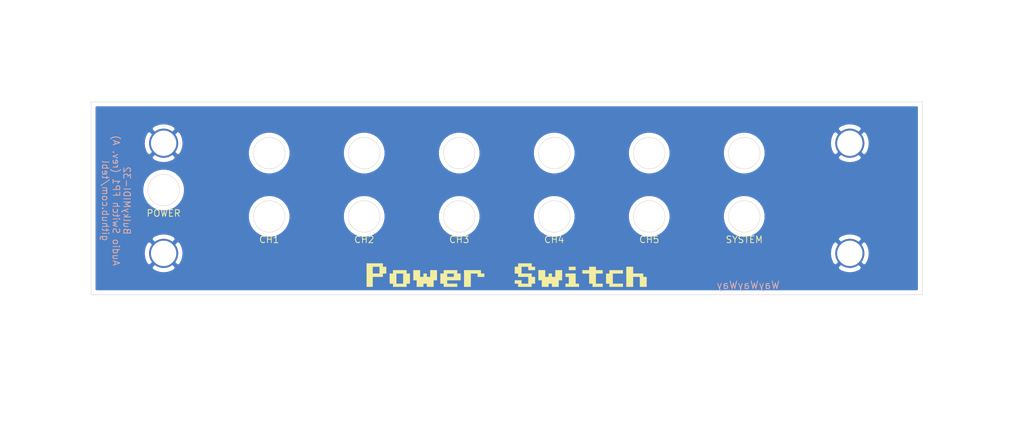
<source format=kicad_pcb>
(kicad_pcb (version 20171130) (host pcbnew "(5.1.8)-1")

  (general
    (thickness 1.6)
    (drawings 27)
    (tracks 0)
    (zones 0)
    (modules 5)
    (nets 2)
  )

  (page A4)
  (layers
    (0 F.Cu signal)
    (31 B.Cu signal)
    (32 B.Adhes user)
    (33 F.Adhes user)
    (34 B.Paste user)
    (35 F.Paste user)
    (36 B.SilkS user)
    (37 F.SilkS user)
    (38 B.Mask user)
    (39 F.Mask user)
    (40 Dwgs.User user)
    (41 Cmts.User user)
    (42 Eco1.User user)
    (43 Eco2.User user)
    (44 Edge.Cuts user)
    (45 Margin user)
    (46 B.CrtYd user)
    (47 F.CrtYd user)
    (48 B.Fab user hide)
    (49 F.Fab user)
  )

  (setup
    (last_trace_width 0.25)
    (trace_clearance 0.2)
    (zone_clearance 0.508)
    (zone_45_only no)
    (trace_min 0.2)
    (via_size 0.8)
    (via_drill 0.4)
    (via_min_size 0.4)
    (via_min_drill 0.3)
    (uvia_size 0.3)
    (uvia_drill 0.1)
    (uvias_allowed no)
    (uvia_min_size 0.2)
    (uvia_min_drill 0.1)
    (edge_width 0.05)
    (segment_width 0.2)
    (pcb_text_width 0.3)
    (pcb_text_size 1.5 1.5)
    (mod_edge_width 0.12)
    (mod_text_size 1 1)
    (mod_text_width 0.15)
    (pad_size 1.524 1.524)
    (pad_drill 0.762)
    (pad_to_mask_clearance 0)
    (aux_axis_origin 0 0)
    (grid_origin 141.09 121.579)
    (visible_elements 7FFFFFFF)
    (pcbplotparams
      (layerselection 0x011fc_ffffffff)
      (usegerberextensions true)
      (usegerberattributes false)
      (usegerberadvancedattributes false)
      (creategerberjobfile false)
      (excludeedgelayer true)
      (linewidth 0.100000)
      (plotframeref false)
      (viasonmask false)
      (mode 1)
      (useauxorigin false)
      (hpglpennumber 1)
      (hpglpenspeed 20)
      (hpglpendiameter 15.000000)
      (psnegative false)
      (psa4output false)
      (plotreference true)
      (plotvalue true)
      (plotinvisibletext false)
      (padsonsilk false)
      (subtractmaskfromsilk false)
      (outputformat 1)
      (mirror false)
      (drillshape 0)
      (scaleselection 1)
      (outputdirectory "export/"))
  )

  (net 0 "")
  (net 1 GND)

  (net_class Default "This is the default net class."
    (clearance 0.2)
    (trace_width 0.25)
    (via_dia 0.8)
    (via_drill 0.4)
    (uvia_dia 0.3)
    (uvia_drill 0.1)
  )

  (net_class PWR ""
    (clearance 0.2)
    (trace_width 0.381)
    (via_dia 0.8)
    (via_drill 0.4)
    (uvia_dia 0.3)
    (uvia_drill 0.1)
    (add_net GND)
  )

  (module "artwork:Power Switch" locked (layer F.Cu) (tedit 0) (tstamp 62A0277E)
    (at 141.09 131.8025)
    (fp_text reference G*** (at 0 0) (layer F.SilkS) hide
      (effects (font (size 1.524 1.524) (thickness 0.3)))
    )
    (fp_text value LOGO (at 0.75 0) (layer F.SilkS) hide
      (effects (font (size 1.524 1.524) (thickness 0.3)))
    )
    (fp_poly (pts (xy -14.8993 -0.991592) (xy -14.492493 -0.991592) (xy -14.492493 -0.177978) (xy -14.8993 -0.177978)
      (xy -14.8993 0.228829) (xy -16.11972 0.228829) (xy -16.11972 1.423824) (xy -16.857057 1.423824)
      (xy -16.857057 -0.991592) (xy -16.11972 -0.991592) (xy -16.11972 -0.177978) (xy -15.306107 -0.177978)
      (xy -15.306107 -0.991592) (xy -16.11972 -0.991592) (xy -16.857057 -0.991592) (xy -16.857057 -1.398398)
      (xy -14.8993 -1.398398) (xy -14.8993 -0.991592)) (layer F.SilkS) (width 0.01))
    (fp_poly (pts (xy -12.051652 -0.177978) (xy -11.644845 -0.177978) (xy -11.644845 1.042442) (xy -12.051652 1.042442)
      (xy -12.051652 1.423824) (xy -13.678879 1.423824) (xy -13.678879 1.042442) (xy -14.085686 1.042442)
      (xy -14.085686 -0.177978) (xy -13.678879 -0.177978) (xy -13.272073 -0.177978) (xy -13.272073 1.042442)
      (xy -12.458459 1.042442) (xy -12.458459 -0.177978) (xy -13.272073 -0.177978) (xy -13.678879 -0.177978)
      (xy -13.678879 -0.584785) (xy -12.051652 -0.584785) (xy -12.051652 -0.177978)) (layer F.SilkS) (width 0.01))
    (fp_poly (pts (xy -10.424425 0.228829) (xy -10.017618 0.228829) (xy -10.017618 -0.177978) (xy -9.610811 -0.177978)
      (xy -9.610811 0.228829) (xy -9.204004 0.228829) (xy -9.204004 -0.584785) (xy -8.390391 -0.584785)
      (xy -8.390391 0.635636) (xy -8.797198 0.635636) (xy -8.797198 1.423824) (xy -9.610811 1.423824)
      (xy -9.610811 1.042442) (xy -10.017618 1.042442) (xy -10.017618 1.423824) (xy -10.831232 1.423824)
      (xy -10.831232 0.635636) (xy -11.238038 0.635636) (xy -11.238038 -0.584785) (xy -10.424425 -0.584785)
      (xy -10.424425 0.228829)) (layer F.SilkS) (width 0.01))
    (fp_poly (pts (xy -5.94955 -0.177978) (xy -5.542743 -0.177978) (xy -5.542743 0.635636) (xy -7.16997 0.635636)
      (xy -7.16997 1.042442) (xy -5.94955 1.042442) (xy -5.94955 1.423824) (xy -7.576777 1.423824)
      (xy -7.576777 1.042442) (xy -7.983584 1.042442) (xy -7.983584 -0.177978) (xy -7.576777 -0.177978)
      (xy -7.16997 -0.177978) (xy -7.16997 0.228829) (xy -6.356357 0.228829) (xy -6.356357 -0.177978)
      (xy -7.16997 -0.177978) (xy -7.576777 -0.177978) (xy -7.576777 -0.584785) (xy -5.94955 -0.584785)
      (xy -5.94955 -0.177978)) (layer F.SilkS) (width 0.01))
    (fp_poly (pts (xy -3.101902 -0.177978) (xy -2.695096 -0.177978) (xy -2.695096 0.228829) (xy -3.508709 0.228829)
      (xy -3.508709 -0.177978) (xy -4.322323 -0.177978) (xy -4.322323 1.423824) (xy -5.135936 1.423824)
      (xy -5.135936 -0.584785) (xy -3.101902 -0.584785) (xy -3.101902 -0.177978)) (layer F.SilkS) (width 0.01))
    (fp_poly (pts (xy 3.0002 -0.991592) (xy 3.407007 -0.991592) (xy 3.407007 -0.584785) (xy 2.593393 -0.584785)
      (xy 2.593393 -0.991592) (xy 1.779779 -0.991592) (xy 1.779779 -0.177978) (xy 3.0002 -0.177978)
      (xy 3.0002 0.228829) (xy 3.407007 0.228829) (xy 3.407007 1.042442) (xy 3.0002 1.042442)
      (xy 3.0002 1.423824) (xy 1.372973 1.423824) (xy 1.372973 1.042442) (xy 0.966166 1.042442)
      (xy 0.966166 0.635636) (xy 1.779779 0.635636) (xy 1.779779 1.042442) (xy 2.593393 1.042442)
      (xy 2.593393 0.228829) (xy 1.372973 0.228829) (xy 1.372973 -0.177978) (xy 0.966166 -0.177978)
      (xy 0.966166 -0.991592) (xy 1.372973 -0.991592) (xy 1.372973 -1.398398) (xy 3.0002 -1.398398)
      (xy 3.0002 -0.991592)) (layer F.SilkS) (width 0.01))
    (fp_poly (pts (xy 4.627427 0.228829) (xy 5.034234 0.228829) (xy 5.034234 -0.177978) (xy 5.441041 -0.177978)
      (xy 5.441041 0.228829) (xy 5.847847 0.228829) (xy 5.847847 -0.584785) (xy 6.661461 -0.584785)
      (xy 6.661461 0.635636) (xy 6.254654 0.635636) (xy 6.254654 1.423824) (xy 5.441041 1.423824)
      (xy 5.441041 1.042442) (xy 5.034234 1.042442) (xy 5.034234 1.423824) (xy 4.22062 1.423824)
      (xy 4.22062 0.635636) (xy 3.813813 0.635636) (xy 3.813813 -0.584785) (xy 4.627427 -0.584785)
      (xy 4.627427 0.228829)) (layer F.SilkS) (width 0.01))
    (fp_poly (pts (xy 8.288688 1.042442) (xy 8.695495 1.042442) (xy 8.695495 1.423824) (xy 7.068268 1.423824)
      (xy 7.068268 1.042442) (xy 7.475075 1.042442) (xy 7.475075 0.228829) (xy 7.068268 0.228829)
      (xy 7.068268 -0.177978) (xy 8.288688 -0.177978) (xy 8.288688 1.042442)) (layer F.SilkS) (width 0.01))
    (fp_poly (pts (xy 10.729529 -0.584785) (xy 11.543143 -0.584785) (xy 11.543143 -0.177978) (xy 10.729529 -0.177978)
      (xy 10.729529 1.042442) (xy 11.543143 1.042442) (xy 11.543143 1.423824) (xy 10.322722 1.423824)
      (xy 10.322722 1.042442) (xy 9.915915 1.042442) (xy 9.915915 -0.177978) (xy 9.102302 -0.177978)
      (xy 9.102302 -0.584785) (xy 9.915915 -0.584785) (xy 9.915915 -0.991592) (xy 10.729529 -0.991592)
      (xy 10.729529 -0.584785)) (layer F.SilkS) (width 0.01))
    (fp_poly (pts (xy 13.983984 -0.177978) (xy 12.763563 -0.177978) (xy 12.763563 1.042442) (xy 13.983984 1.042442)
      (xy 13.983984 1.423824) (xy 12.356756 1.423824) (xy 12.356756 1.042442) (xy 11.94995 1.042442)
      (xy 11.94995 -0.177978) (xy 12.356756 -0.177978) (xy 12.356756 -0.584785) (xy 13.983984 -0.584785)
      (xy 13.983984 -0.177978)) (layer F.SilkS) (width 0.01))
    (fp_poly (pts (xy 15.204404 -0.177978) (xy 16.424824 -0.177978) (xy 16.424824 0.228829) (xy 16.831631 0.228829)
      (xy 16.831631 1.423824) (xy 16.018018 1.423824) (xy 16.018018 0.228829) (xy 15.204404 0.228829)
      (xy 15.204404 1.423824) (xy 14.39079 1.423824) (xy 14.39079 -0.991592) (xy 15.204404 -0.991592)
      (xy 15.204404 -0.177978)) (layer F.SilkS) (width 0.01))
    (fp_poly (pts (xy 8.288688 -0.584785) (xy 7.475075 -0.584785) (xy 7.475075 -0.991592) (xy 8.288688 -0.991592)
      (xy 8.288688 -0.584785)) (layer F.SilkS) (width 0.01))
  )

  (module mounting:M3_pin (layer F.Cu) (tedit 5F76331A) (tstamp 6282A424)
    (at 99.815 129.199)
    (descr "module 1 pin (ou trou mecanique de percage)")
    (tags DEV)
    (path /6282631C)
    (fp_text reference M1 (at 3.048 0) (layer F.Fab) hide
      (effects (font (size 1 1) (thickness 0.15)))
    )
    (fp_text value Mounting_Pin (at 0 3) (layer F.Fab) hide
      (effects (font (size 1 1) (thickness 0.15)))
    )
    (fp_circle (center 0 0) (end 2 0.8) (layer F.Fab) (width 0.1))
    (fp_circle (center 0 0) (end 2.6 0) (layer F.CrtYd) (width 0.05))
    (pad 1 thru_hole circle (at 0 0) (size 3.5 3.5) (drill 3.048) (layers *.Cu *.Mask)
      (net 1 GND) (solder_mask_margin 0.8))
  )

  (module mounting:M3_pin (layer F.Cu) (tedit 5F76331A) (tstamp 6282A42B)
    (at 182.365 129.199)
    (descr "module 1 pin (ou trou mecanique de percage)")
    (tags DEV)
    (path /62826824)
    (fp_text reference M2 (at 0 -3.048) (layer F.Fab) hide
      (effects (font (size 1 1) (thickness 0.15)))
    )
    (fp_text value Mounting_Pin (at 0 3) (layer F.Fab) hide
      (effects (font (size 1 1) (thickness 0.15)))
    )
    (fp_circle (center 0 0) (end 2.6 0) (layer F.CrtYd) (width 0.05))
    (fp_circle (center 0 0) (end 2 0.8) (layer F.Fab) (width 0.1))
    (pad 1 thru_hole circle (at 0 0) (size 3.5 3.5) (drill 3.048) (layers *.Cu *.Mask)
      (net 1 GND) (solder_mask_margin 0.8))
  )

  (module mounting:M3_pin (layer F.Cu) (tedit 5F76331A) (tstamp 6282A432)
    (at 182.365 115.949)
    (descr "module 1 pin (ou trou mecanique de percage)")
    (tags DEV)
    (path /62826D8F)
    (fp_text reference M3 (at 0 -3.048) (layer F.Fab) hide
      (effects (font (size 1 1) (thickness 0.15)))
    )
    (fp_text value Mounting_Pin (at 0 3) (layer F.Fab) hide
      (effects (font (size 1 1) (thickness 0.15)))
    )
    (fp_circle (center 0 0) (end 2 0.8) (layer F.Fab) (width 0.1))
    (fp_circle (center 0 0) (end 2.6 0) (layer F.CrtYd) (width 0.05))
    (pad 1 thru_hole circle (at 0 0) (size 3.5 3.5) (drill 3.048) (layers *.Cu *.Mask)
      (net 1 GND) (solder_mask_margin 0.8))
  )

  (module mounting:M3_pin (layer F.Cu) (tedit 5F76331A) (tstamp 6282A439)
    (at 99.815 115.949)
    (descr "module 1 pin (ou trou mecanique de percage)")
    (tags DEV)
    (path /62827110)
    (fp_text reference M4 (at 0 -3.048) (layer F.Fab) hide
      (effects (font (size 1 1) (thickness 0.15)))
    )
    (fp_text value Mounting_Pin (at 0 3) (layer F.Fab) hide
      (effects (font (size 1 1) (thickness 0.15)))
    )
    (fp_circle (center 0 0) (end 2.6 0) (layer F.CrtYd) (width 0.05))
    (fp_circle (center 0 0) (end 2 0.8) (layer F.Fab) (width 0.1))
    (pad 1 thru_hole circle (at 0 0) (size 3.5 3.5) (drill 3.048) (layers *.Cu *.Mask)
      (net 1 GND) (solder_mask_margin 0.8))
  )

  (gr_text WayWayWay (at 170.135 133.009) (layer B.SilkS) (tstamp 6611E72E)
    (effects (font (size 0.9 0.9) (thickness 0.1)) (justify mirror))
  )
  (gr_text JLCJLCJLCJLC (at 112.985 133.009) (layer F.Fab) (tstamp 62D09FA1)
    (effects (font (size 0.9 0.9) (thickness 0.1)) (justify mirror))
  )
  (gr_circle (center 169.665 124.754) (end 171.565 124.754) (layer Edge.Cuts) (width 0.05) (tstamp 62D09DD7))
  (gr_circle (center 169.665 117.134) (end 171.565 117.134) (layer Edge.Cuts) (width 0.05) (tstamp 62D09DD6))
  (gr_text SYSTEM (at 169.665 127.548) (layer F.SilkS) (tstamp 62D09DD5)
    (effects (font (size 0.8 0.8) (thickness 0.1)))
  )
  (gr_circle (center 158.235 124.754) (end 160.135 124.754) (layer Edge.Cuts) (width 0.05) (tstamp 62D09DD7))
  (gr_circle (center 158.235 117.134) (end 160.135 117.134) (layer Edge.Cuts) (width 0.05) (tstamp 62D09DD6))
  (gr_text CH5 (at 158.235 127.548) (layer F.SilkS) (tstamp 62D09DD5)
    (effects (font (size 0.8 0.8) (thickness 0.1)))
  )
  (gr_circle (center 146.805 124.754) (end 148.705 124.754) (layer Edge.Cuts) (width 0.05) (tstamp 62D09DD7))
  (gr_circle (center 146.805 117.134) (end 148.705 117.134) (layer Edge.Cuts) (width 0.05) (tstamp 62D09DD6))
  (gr_text CH4 (at 146.805 127.548) (layer F.SilkS) (tstamp 62D09DD5)
    (effects (font (size 0.8 0.8) (thickness 0.1)))
  )
  (gr_circle (center 135.375 124.754) (end 137.275 124.754) (layer Edge.Cuts) (width 0.05) (tstamp 62D09DD7))
  (gr_circle (center 135.375 117.134) (end 137.275 117.134) (layer Edge.Cuts) (width 0.05) (tstamp 62D09DD6))
  (gr_text CH3 (at 135.375 127.548) (layer F.SilkS) (tstamp 62D09DD5)
    (effects (font (size 0.8 0.8) (thickness 0.1)))
  )
  (gr_circle (center 123.945 124.754) (end 125.845 124.754) (layer Edge.Cuts) (width 0.05) (tstamp 62D09DD7))
  (gr_circle (center 123.945 117.134) (end 125.845 117.134) (layer Edge.Cuts) (width 0.05) (tstamp 62D09DD6))
  (gr_text CH2 (at 123.945 127.548) (layer F.SilkS) (tstamp 62D09DD5)
    (effects (font (size 0.8 0.8) (thickness 0.1)))
  )
  (gr_circle (center 112.515 124.754) (end 114.415 124.754) (layer Edge.Cuts) (width 0.05) (tstamp 62D09DCA))
  (gr_circle (center 112.515 117.134) (end 114.415 117.134) (layer Edge.Cuts) (width 0.05) (tstamp 62D09DCA))
  (gr_text CH1 (at 112.515 127.548) (layer F.SilkS) (tstamp 62D09DC5)
    (effects (font (size 0.8 0.8) (thickness 0.1)))
  )
  (gr_text "BulkyMIDI-32\nAudio Switch FP1 (rev. A)\ngithub.com/tebl" (at 94.1 122.849 270) (layer B.SilkS) (tstamp 6286D3C9)
    (effects (font (size 0.8 0.8) (thickness 0.1)) (justify mirror))
  )
  (gr_text POWER (at 99.815 124.373) (layer F.SilkS) (tstamp 62922779)
    (effects (font (size 0.8 0.8) (thickness 0.1)))
  )
  (gr_circle (center 99.815 121.579) (end 101.715 121.579) (layer Edge.Cuts) (width 0.05) (tstamp 62922778))
  (gr_line (start 191.09 110.974) (end 91.09 110.974) (layer Edge.Cuts) (width 0.05) (tstamp 6282E722))
  (gr_line (start 91.09 134.174) (end 191.09 134.174) (layer Edge.Cuts) (width 0.05) (tstamp 620DB217))
  (gr_line (start 91.09 110.974) (end 91.09 134.174) (layer Edge.Cuts) (width 0.05))
  (gr_line (start 191.09 134.174) (end 191.09 110.974) (layer Edge.Cuts) (width 0.05))

  (zone (net 1) (net_name GND) (layer B.Cu) (tstamp 0) (hatch edge 0.508)
    (connect_pads (clearance 0.508))
    (min_thickness 0.254)
    (fill yes (arc_segments 32) (thermal_gap 0.508) (thermal_bridge_width 0.508))
    (polygon
      (pts
        (xy 203.32 151.424) (xy 80.13 151.424) (xy 80.13 98.719) (xy 203.32 98.719)
      )
    )
    (filled_polygon
      (pts
        (xy 190.43 133.514) (xy 91.75 133.514) (xy 91.75 130.868609) (xy 98.324997 130.868609) (xy 98.511073 131.209766)
        (xy 98.928409 131.425513) (xy 99.379815 131.555696) (xy 99.847946 131.595313) (xy 100.314811 131.542842) (xy 100.762468 131.400297)
        (xy 101.118927 131.209766) (xy 101.305003 130.868609) (xy 180.874997 130.868609) (xy 181.061073 131.209766) (xy 181.478409 131.425513)
        (xy 181.929815 131.555696) (xy 182.397946 131.595313) (xy 182.864811 131.542842) (xy 183.312468 131.400297) (xy 183.668927 131.209766)
        (xy 183.855003 130.868609) (xy 182.365 129.378605) (xy 180.874997 130.868609) (xy 101.305003 130.868609) (xy 99.815 129.378605)
        (xy 98.324997 130.868609) (xy 91.75 130.868609) (xy 91.75 129.231946) (xy 97.418687 129.231946) (xy 97.471158 129.698811)
        (xy 97.613703 130.146468) (xy 97.804234 130.502927) (xy 98.145391 130.689003) (xy 99.635395 129.199) (xy 99.994605 129.199)
        (xy 101.484609 130.689003) (xy 101.825766 130.502927) (xy 102.041513 130.085591) (xy 102.171696 129.634185) (xy 102.205736 129.231946)
        (xy 179.968687 129.231946) (xy 180.021158 129.698811) (xy 180.163703 130.146468) (xy 180.354234 130.502927) (xy 180.695391 130.689003)
        (xy 182.185395 129.199) (xy 182.544605 129.199) (xy 184.034609 130.689003) (xy 184.375766 130.502927) (xy 184.591513 130.085591)
        (xy 184.721696 129.634185) (xy 184.761313 129.166054) (xy 184.708842 128.699189) (xy 184.566297 128.251532) (xy 184.375766 127.895073)
        (xy 184.034609 127.708997) (xy 182.544605 129.199) (xy 182.185395 129.199) (xy 180.695391 127.708997) (xy 180.354234 127.895073)
        (xy 180.138487 128.312409) (xy 180.008304 128.763815) (xy 179.968687 129.231946) (xy 102.205736 129.231946) (xy 102.211313 129.166054)
        (xy 102.158842 128.699189) (xy 102.016297 128.251532) (xy 101.825766 127.895073) (xy 101.484609 127.708997) (xy 99.994605 129.199)
        (xy 99.635395 129.199) (xy 98.145391 127.708997) (xy 97.804234 127.895073) (xy 97.588487 128.312409) (xy 97.458304 128.763815)
        (xy 97.418687 129.231946) (xy 91.75 129.231946) (xy 91.75 127.529391) (xy 98.324997 127.529391) (xy 99.815 129.019395)
        (xy 101.305003 127.529391) (xy 180.874997 127.529391) (xy 182.365 129.019395) (xy 183.855003 127.529391) (xy 183.668927 127.188234)
        (xy 183.251591 126.972487) (xy 182.800185 126.842304) (xy 182.332054 126.802687) (xy 181.865189 126.855158) (xy 181.417532 126.997703)
        (xy 181.061073 127.188234) (xy 180.874997 127.529391) (xy 101.305003 127.529391) (xy 101.118927 127.188234) (xy 100.701591 126.972487)
        (xy 100.250185 126.842304) (xy 99.782054 126.802687) (xy 99.315189 126.855158) (xy 98.867532 126.997703) (xy 98.511073 127.188234)
        (xy 98.324997 127.529391) (xy 91.75 127.529391) (xy 91.75 124.501116) (xy 109.947423 124.501116) (xy 109.947423 125.006884)
        (xy 110.046094 125.502934) (xy 110.239643 125.970204) (xy 110.520633 126.390735) (xy 110.878265 126.748367) (xy 111.298796 127.029357)
        (xy 111.766066 127.222906) (xy 112.262116 127.321577) (xy 112.767884 127.321577) (xy 113.263934 127.222906) (xy 113.731204 127.029357)
        (xy 114.151735 126.748367) (xy 114.509367 126.390735) (xy 114.790357 125.970204) (xy 114.983906 125.502934) (xy 115.082577 125.006884)
        (xy 115.082577 124.501116) (xy 121.377423 124.501116) (xy 121.377423 125.006884) (xy 121.476094 125.502934) (xy 121.669643 125.970204)
        (xy 121.950633 126.390735) (xy 122.308265 126.748367) (xy 122.728796 127.029357) (xy 123.196066 127.222906) (xy 123.692116 127.321577)
        (xy 124.197884 127.321577) (xy 124.693934 127.222906) (xy 125.161204 127.029357) (xy 125.581735 126.748367) (xy 125.939367 126.390735)
        (xy 126.220357 125.970204) (xy 126.413906 125.502934) (xy 126.512577 125.006884) (xy 126.512577 124.501116) (xy 132.807423 124.501116)
        (xy 132.807423 125.006884) (xy 132.906094 125.502934) (xy 133.099643 125.970204) (xy 133.380633 126.390735) (xy 133.738265 126.748367)
        (xy 134.158796 127.029357) (xy 134.626066 127.222906) (xy 135.122116 127.321577) (xy 135.627884 127.321577) (xy 136.123934 127.222906)
        (xy 136.591204 127.029357) (xy 137.011735 126.748367) (xy 137.369367 126.390735) (xy 137.650357 125.970204) (xy 137.843906 125.502934)
        (xy 137.942577 125.006884) (xy 137.942577 124.501116) (xy 144.237423 124.501116) (xy 144.237423 125.006884) (xy 144.336094 125.502934)
        (xy 144.529643 125.970204) (xy 144.810633 126.390735) (xy 145.168265 126.748367) (xy 145.588796 127.029357) (xy 146.056066 127.222906)
        (xy 146.552116 127.321577) (xy 147.057884 127.321577) (xy 147.553934 127.222906) (xy 148.021204 127.029357) (xy 148.441735 126.748367)
        (xy 148.799367 126.390735) (xy 149.080357 125.970204) (xy 149.273906 125.502934) (xy 149.372577 125.006884) (xy 149.372577 124.501116)
        (xy 155.667423 124.501116) (xy 155.667423 125.006884) (xy 155.766094 125.502934) (xy 155.959643 125.970204) (xy 156.240633 126.390735)
        (xy 156.598265 126.748367) (xy 157.018796 127.029357) (xy 157.486066 127.222906) (xy 157.982116 127.321577) (xy 158.487884 127.321577)
        (xy 158.983934 127.222906) (xy 159.451204 127.029357) (xy 159.871735 126.748367) (xy 160.229367 126.390735) (xy 160.510357 125.970204)
        (xy 160.703906 125.502934) (xy 160.802577 125.006884) (xy 160.802577 124.501116) (xy 167.097423 124.501116) (xy 167.097423 125.006884)
        (xy 167.196094 125.502934) (xy 167.389643 125.970204) (xy 167.670633 126.390735) (xy 168.028265 126.748367) (xy 168.448796 127.029357)
        (xy 168.916066 127.222906) (xy 169.412116 127.321577) (xy 169.917884 127.321577) (xy 170.413934 127.222906) (xy 170.881204 127.029357)
        (xy 171.301735 126.748367) (xy 171.659367 126.390735) (xy 171.940357 125.970204) (xy 172.133906 125.502934) (xy 172.232577 125.006884)
        (xy 172.232577 124.501116) (xy 172.133906 124.005066) (xy 171.940357 123.537796) (xy 171.659367 123.117265) (xy 171.301735 122.759633)
        (xy 170.881204 122.478643) (xy 170.413934 122.285094) (xy 169.917884 122.186423) (xy 169.412116 122.186423) (xy 168.916066 122.285094)
        (xy 168.448796 122.478643) (xy 168.028265 122.759633) (xy 167.670633 123.117265) (xy 167.389643 123.537796) (xy 167.196094 124.005066)
        (xy 167.097423 124.501116) (xy 160.802577 124.501116) (xy 160.703906 124.005066) (xy 160.510357 123.537796) (xy 160.229367 123.117265)
        (xy 159.871735 122.759633) (xy 159.451204 122.478643) (xy 158.983934 122.285094) (xy 158.487884 122.186423) (xy 157.982116 122.186423)
        (xy 157.486066 122.285094) (xy 157.018796 122.478643) (xy 156.598265 122.759633) (xy 156.240633 123.117265) (xy 155.959643 123.537796)
        (xy 155.766094 124.005066) (xy 155.667423 124.501116) (xy 149.372577 124.501116) (xy 149.273906 124.005066) (xy 149.080357 123.537796)
        (xy 148.799367 123.117265) (xy 148.441735 122.759633) (xy 148.021204 122.478643) (xy 147.553934 122.285094) (xy 147.057884 122.186423)
        (xy 146.552116 122.186423) (xy 146.056066 122.285094) (xy 145.588796 122.478643) (xy 145.168265 122.759633) (xy 144.810633 123.117265)
        (xy 144.529643 123.537796) (xy 144.336094 124.005066) (xy 144.237423 124.501116) (xy 137.942577 124.501116) (xy 137.843906 124.005066)
        (xy 137.650357 123.537796) (xy 137.369367 123.117265) (xy 137.011735 122.759633) (xy 136.591204 122.478643) (xy 136.123934 122.285094)
        (xy 135.627884 122.186423) (xy 135.122116 122.186423) (xy 134.626066 122.285094) (xy 134.158796 122.478643) (xy 133.738265 122.759633)
        (xy 133.380633 123.117265) (xy 133.099643 123.537796) (xy 132.906094 124.005066) (xy 132.807423 124.501116) (xy 126.512577 124.501116)
        (xy 126.413906 124.005066) (xy 126.220357 123.537796) (xy 125.939367 123.117265) (xy 125.581735 122.759633) (xy 125.161204 122.478643)
        (xy 124.693934 122.285094) (xy 124.197884 122.186423) (xy 123.692116 122.186423) (xy 123.196066 122.285094) (xy 122.728796 122.478643)
        (xy 122.308265 122.759633) (xy 121.950633 123.117265) (xy 121.669643 123.537796) (xy 121.476094 124.005066) (xy 121.377423 124.501116)
        (xy 115.082577 124.501116) (xy 114.983906 124.005066) (xy 114.790357 123.537796) (xy 114.509367 123.117265) (xy 114.151735 122.759633)
        (xy 113.731204 122.478643) (xy 113.263934 122.285094) (xy 112.767884 122.186423) (xy 112.262116 122.186423) (xy 111.766066 122.285094)
        (xy 111.298796 122.478643) (xy 110.878265 122.759633) (xy 110.520633 123.117265) (xy 110.239643 123.537796) (xy 110.046094 124.005066)
        (xy 109.947423 124.501116) (xy 91.75 124.501116) (xy 91.75 121.326116) (xy 97.247423 121.326116) (xy 97.247423 121.831884)
        (xy 97.346094 122.327934) (xy 97.539643 122.795204) (xy 97.820633 123.215735) (xy 98.178265 123.573367) (xy 98.598796 123.854357)
        (xy 99.066066 124.047906) (xy 99.562116 124.146577) (xy 100.067884 124.146577) (xy 100.563934 124.047906) (xy 101.031204 123.854357)
        (xy 101.451735 123.573367) (xy 101.809367 123.215735) (xy 102.090357 122.795204) (xy 102.283906 122.327934) (xy 102.382577 121.831884)
        (xy 102.382577 121.326116) (xy 102.283906 120.830066) (xy 102.090357 120.362796) (xy 101.809367 119.942265) (xy 101.451735 119.584633)
        (xy 101.031204 119.303643) (xy 100.563934 119.110094) (xy 100.067884 119.011423) (xy 99.562116 119.011423) (xy 99.066066 119.110094)
        (xy 98.598796 119.303643) (xy 98.178265 119.584633) (xy 97.820633 119.942265) (xy 97.539643 120.362796) (xy 97.346094 120.830066)
        (xy 97.247423 121.326116) (xy 91.75 121.326116) (xy 91.75 117.618609) (xy 98.324997 117.618609) (xy 98.511073 117.959766)
        (xy 98.928409 118.175513) (xy 99.379815 118.305696) (xy 99.847946 118.345313) (xy 100.314811 118.292842) (xy 100.762468 118.150297)
        (xy 101.118927 117.959766) (xy 101.305003 117.618609) (xy 99.815 116.128605) (xy 98.324997 117.618609) (xy 91.75 117.618609)
        (xy 91.75 115.981946) (xy 97.418687 115.981946) (xy 97.471158 116.448811) (xy 97.613703 116.896468) (xy 97.804234 117.252927)
        (xy 98.145391 117.439003) (xy 99.635395 115.949) (xy 99.994605 115.949) (xy 101.484609 117.439003) (xy 101.825766 117.252927)
        (xy 102.017978 116.881116) (xy 109.947423 116.881116) (xy 109.947423 117.386884) (xy 110.046094 117.882934) (xy 110.239643 118.350204)
        (xy 110.520633 118.770735) (xy 110.878265 119.128367) (xy 111.298796 119.409357) (xy 111.766066 119.602906) (xy 112.262116 119.701577)
        (xy 112.767884 119.701577) (xy 113.263934 119.602906) (xy 113.731204 119.409357) (xy 114.151735 119.128367) (xy 114.509367 118.770735)
        (xy 114.790357 118.350204) (xy 114.983906 117.882934) (xy 115.082577 117.386884) (xy 115.082577 116.881116) (xy 121.377423 116.881116)
        (xy 121.377423 117.386884) (xy 121.476094 117.882934) (xy 121.669643 118.350204) (xy 121.950633 118.770735) (xy 122.308265 119.128367)
        (xy 122.728796 119.409357) (xy 123.196066 119.602906) (xy 123.692116 119.701577) (xy 124.197884 119.701577) (xy 124.693934 119.602906)
        (xy 125.161204 119.409357) (xy 125.581735 119.128367) (xy 125.939367 118.770735) (xy 126.220357 118.350204) (xy 126.413906 117.882934)
        (xy 126.512577 117.386884) (xy 126.512577 116.881116) (xy 132.807423 116.881116) (xy 132.807423 117.386884) (xy 132.906094 117.882934)
        (xy 133.099643 118.350204) (xy 133.380633 118.770735) (xy 133.738265 119.128367) (xy 134.158796 119.409357) (xy 134.626066 119.602906)
        (xy 135.122116 119.701577) (xy 135.627884 119.701577) (xy 136.123934 119.602906) (xy 136.591204 119.409357) (xy 137.011735 119.128367)
        (xy 137.369367 118.770735) (xy 137.650357 118.350204) (xy 137.843906 117.882934) (xy 137.942577 117.386884) (xy 137.942577 116.881116)
        (xy 144.237423 116.881116) (xy 144.237423 117.386884) (xy 144.336094 117.882934) (xy 144.529643 118.350204) (xy 144.810633 118.770735)
        (xy 145.168265 119.128367) (xy 145.588796 119.409357) (xy 146.056066 119.602906) (xy 146.552116 119.701577) (xy 147.057884 119.701577)
        (xy 147.553934 119.602906) (xy 148.021204 119.409357) (xy 148.441735 119.128367) (xy 148.799367 118.770735) (xy 149.080357 118.350204)
        (xy 149.273906 117.882934) (xy 149.372577 117.386884) (xy 149.372577 116.881116) (xy 155.667423 116.881116) (xy 155.667423 117.386884)
        (xy 155.766094 117.882934) (xy 155.959643 118.350204) (xy 156.240633 118.770735) (xy 156.598265 119.128367) (xy 157.018796 119.409357)
        (xy 157.486066 119.602906) (xy 157.982116 119.701577) (xy 158.487884 119.701577) (xy 158.983934 119.602906) (xy 159.451204 119.409357)
        (xy 159.871735 119.128367) (xy 160.229367 118.770735) (xy 160.510357 118.350204) (xy 160.703906 117.882934) (xy 160.802577 117.386884)
        (xy 160.802577 116.881116) (xy 167.097423 116.881116) (xy 167.097423 117.386884) (xy 167.196094 117.882934) (xy 167.389643 118.350204)
        (xy 167.670633 118.770735) (xy 168.028265 119.128367) (xy 168.448796 119.409357) (xy 168.916066 119.602906) (xy 169.412116 119.701577)
        (xy 169.917884 119.701577) (xy 170.413934 119.602906) (xy 170.881204 119.409357) (xy 171.301735 119.128367) (xy 171.659367 118.770735)
        (xy 171.940357 118.350204) (xy 172.133906 117.882934) (xy 172.186483 117.618609) (xy 180.874997 117.618609) (xy 181.061073 117.959766)
        (xy 181.478409 118.175513) (xy 181.929815 118.305696) (xy 182.397946 118.345313) (xy 182.864811 118.292842) (xy 183.312468 118.150297)
        (xy 183.668927 117.959766) (xy 183.855003 117.618609) (xy 182.365 116.128605) (xy 180.874997 117.618609) (xy 172.186483 117.618609)
        (xy 172.232577 117.386884) (xy 172.232577 116.881116) (xy 172.133906 116.385066) (xy 171.966929 115.981946) (xy 179.968687 115.981946)
        (xy 180.021158 116.448811) (xy 180.163703 116.896468) (xy 180.354234 117.252927) (xy 180.695391 117.439003) (xy 182.185395 115.949)
        (xy 182.544605 115.949) (xy 184.034609 117.439003) (xy 184.375766 117.252927) (xy 184.591513 116.835591) (xy 184.721696 116.384185)
        (xy 184.761313 115.916054) (xy 184.708842 115.449189) (xy 184.566297 115.001532) (xy 184.375766 114.645073) (xy 184.034609 114.458997)
        (xy 182.544605 115.949) (xy 182.185395 115.949) (xy 180.695391 114.458997) (xy 180.354234 114.645073) (xy 180.138487 115.062409)
        (xy 180.008304 115.513815) (xy 179.968687 115.981946) (xy 171.966929 115.981946) (xy 171.940357 115.917796) (xy 171.659367 115.497265)
        (xy 171.301735 115.139633) (xy 170.881204 114.858643) (xy 170.413934 114.665094) (xy 169.917884 114.566423) (xy 169.412116 114.566423)
        (xy 168.916066 114.665094) (xy 168.448796 114.858643) (xy 168.028265 115.139633) (xy 167.670633 115.497265) (xy 167.389643 115.917796)
        (xy 167.196094 116.385066) (xy 167.097423 116.881116) (xy 160.802577 116.881116) (xy 160.703906 116.385066) (xy 160.510357 115.917796)
        (xy 160.229367 115.497265) (xy 159.871735 115.139633) (xy 159.451204 114.858643) (xy 158.983934 114.665094) (xy 158.487884 114.566423)
        (xy 157.982116 114.566423) (xy 157.486066 114.665094) (xy 157.018796 114.858643) (xy 156.598265 115.139633) (xy 156.240633 115.497265)
        (xy 155.959643 115.917796) (xy 155.766094 116.385066) (xy 155.667423 116.881116) (xy 149.372577 116.881116) (xy 149.273906 116.385066)
        (xy 149.080357 115.917796) (xy 148.799367 115.497265) (xy 148.441735 115.139633) (xy 148.021204 114.858643) (xy 147.553934 114.665094)
        (xy 147.057884 114.566423) (xy 146.552116 114.566423) (xy 146.056066 114.665094) (xy 145.588796 114.858643) (xy 145.168265 115.139633)
        (xy 144.810633 115.497265) (xy 144.529643 115.917796) (xy 144.336094 116.385066) (xy 144.237423 116.881116) (xy 137.942577 116.881116)
        (xy 137.843906 116.385066) (xy 137.650357 115.917796) (xy 137.369367 115.497265) (xy 137.011735 115.139633) (xy 136.591204 114.858643)
        (xy 136.123934 114.665094) (xy 135.627884 114.566423) (xy 135.122116 114.566423) (xy 134.626066 114.665094) (xy 134.158796 114.858643)
        (xy 133.738265 115.139633) (xy 133.380633 115.497265) (xy 133.099643 115.917796) (xy 132.906094 116.385066) (xy 132.807423 116.881116)
        (xy 126.512577 116.881116) (xy 126.413906 116.385066) (xy 126.220357 115.917796) (xy 125.939367 115.497265) (xy 125.581735 115.139633)
        (xy 125.161204 114.858643) (xy 124.693934 114.665094) (xy 124.197884 114.566423) (xy 123.692116 114.566423) (xy 123.196066 114.665094)
        (xy 122.728796 114.858643) (xy 122.308265 115.139633) (xy 121.950633 115.497265) (xy 121.669643 115.917796) (xy 121.476094 116.385066)
        (xy 121.377423 116.881116) (xy 115.082577 116.881116) (xy 114.983906 116.385066) (xy 114.790357 115.917796) (xy 114.509367 115.497265)
        (xy 114.151735 115.139633) (xy 113.731204 114.858643) (xy 113.263934 114.665094) (xy 112.767884 114.566423) (xy 112.262116 114.566423)
        (xy 111.766066 114.665094) (xy 111.298796 114.858643) (xy 110.878265 115.139633) (xy 110.520633 115.497265) (xy 110.239643 115.917796)
        (xy 110.046094 116.385066) (xy 109.947423 116.881116) (xy 102.017978 116.881116) (xy 102.041513 116.835591) (xy 102.171696 116.384185)
        (xy 102.211313 115.916054) (xy 102.158842 115.449189) (xy 102.016297 115.001532) (xy 101.825766 114.645073) (xy 101.484609 114.458997)
        (xy 99.994605 115.949) (xy 99.635395 115.949) (xy 98.145391 114.458997) (xy 97.804234 114.645073) (xy 97.588487 115.062409)
        (xy 97.458304 115.513815) (xy 97.418687 115.981946) (xy 91.75 115.981946) (xy 91.75 114.279391) (xy 98.324997 114.279391)
        (xy 99.815 115.769395) (xy 101.305003 114.279391) (xy 180.874997 114.279391) (xy 182.365 115.769395) (xy 183.855003 114.279391)
        (xy 183.668927 113.938234) (xy 183.251591 113.722487) (xy 182.800185 113.592304) (xy 182.332054 113.552687) (xy 181.865189 113.605158)
        (xy 181.417532 113.747703) (xy 181.061073 113.938234) (xy 180.874997 114.279391) (xy 101.305003 114.279391) (xy 101.118927 113.938234)
        (xy 100.701591 113.722487) (xy 100.250185 113.592304) (xy 99.782054 113.552687) (xy 99.315189 113.605158) (xy 98.867532 113.747703)
        (xy 98.511073 113.938234) (xy 98.324997 114.279391) (xy 91.75 114.279391) (xy 91.75 111.634) (xy 190.430001 111.634)
      )
    )
  )
)

</source>
